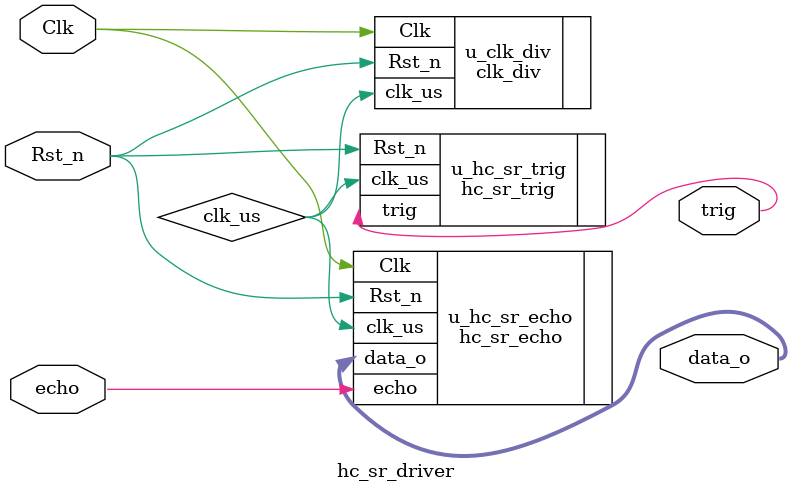
<source format=v>
/*
---------------------------------------------------------
    Name:       hc_sr_driver
    Author:     欧阳紫樱
    Date:       2023-5-27
    Time:       19:50
---------------------------------------------------------
    Software:   
                VS Code
*/
module hc_sr_driver (
    input   wire        Clk     ,
    input   wire        Rst_n   ,
    input   wire        echo    ,

    output  wire        trig    ,
    output  wire [18:0] data_o  
);

wire        clk_us;


hc_sr_echo u_hc_sr_echo(
	.Clk		(Clk    ), //clock 50MHz
	.clk_us	    (clk_us ), //system clock 1MHz
	.Rst_n	    (Rst_n  ), //reset ，low valid
	
	.echo	    (echo   ), //
	.data_o	    (data_o )  //检测距离，保留3位小数，*1000实现
);

hc_sr_trig u_hc_sr_trig(
	.clk_us	    (clk_us ), //system clock 1MHz
	.Rst_n	    (Rst_n  ), //reset ，low valid
	
	.trig	    (trig   )//触发测距信号
);

clk_div u_clk_div(
	.Clk		(Clk    ), //system clock 50MHz
	.Rst_n	    (Rst_n  ), //reset ，low valid
	
	.clk_us     (clk_us )//
);


endmodule


</source>
